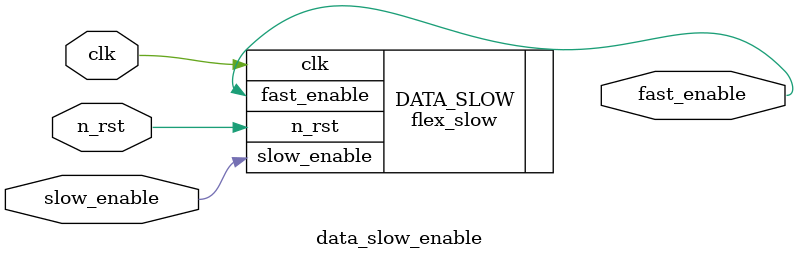
<source format=sv>

module data_slow_enable(
		       input wire clk,
		       input wire n_rst,
		       input wire slow_enable,
		       output reg fast_enable
		       );

   flex_slow DATA_SLOW(.clk(clk), .n_rst(n_rst), .slow_enable(slow_enable), .fast_enable(fast_enable));

endmodule    

</source>
